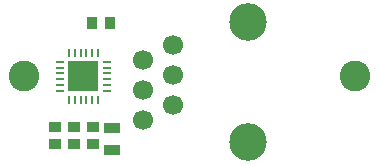
<source format=gts>
G04 #@! TF.FileFunction,Soldermask,Top*
%FSLAX46Y46*%
G04 Gerber Fmt 4.6, Leading zero omitted, Abs format (unit mm)*
G04 Created by KiCad (PCBNEW 4.0.7) date 11/21/18 11:04:14*
%MOMM*%
%LPD*%
G01*
G04 APERTURE LIST*
%ADD10C,0.150000*%
%ADD11C,1.700000*%
%ADD12C,3.180000*%
%ADD13C,2.600000*%
%ADD14R,1.000760X0.899160*%
%ADD15R,0.899160X1.000760*%
%ADD16R,2.499360X2.499360*%
%ADD17O,0.800100X0.248920*%
%ADD18O,0.248920X0.800100*%
%ADD19R,1.397000X0.889000*%
G04 APERTURE END LIST*
D10*
D11*
X148060000Y-103675000D03*
X148060000Y-101135000D03*
X148060000Y-98595000D03*
X150600000Y-99865000D03*
X150600000Y-97325000D03*
X150600000Y-102405000D03*
D12*
X156950000Y-105580000D03*
X156950000Y-95420000D03*
D13*
X138000000Y-100000000D03*
X166000000Y-100000000D03*
D14*
X140600000Y-105751840D03*
X140600000Y-104248160D03*
D15*
X145251840Y-95500000D03*
X143748160Y-95500000D03*
D14*
X142200000Y-105751840D03*
X142200000Y-104248160D03*
X143800000Y-105751840D03*
X143800000Y-104248160D03*
D16*
X143000000Y-100000000D03*
D17*
X141001020Y-98750320D03*
X141001020Y-99250700D03*
X141001020Y-99751080D03*
X141001020Y-100248920D03*
X141001020Y-100749300D03*
X141001020Y-101249680D03*
D18*
X141750320Y-101998980D03*
X142250700Y-101998980D03*
X142751080Y-101998980D03*
X143248920Y-101998980D03*
X143749300Y-101998980D03*
X144249680Y-101998980D03*
D17*
X144998980Y-101249680D03*
X144998980Y-100749300D03*
X144998980Y-100248920D03*
X144998980Y-99751080D03*
X144998980Y-99250700D03*
X144998980Y-98750320D03*
D18*
X144249680Y-98001020D03*
X143749300Y-98001020D03*
X143248920Y-98001020D03*
X142751080Y-98001020D03*
X142250700Y-98001020D03*
X141750320Y-98001020D03*
D19*
X145400000Y-104347500D03*
X145400000Y-106252500D03*
M02*

</source>
